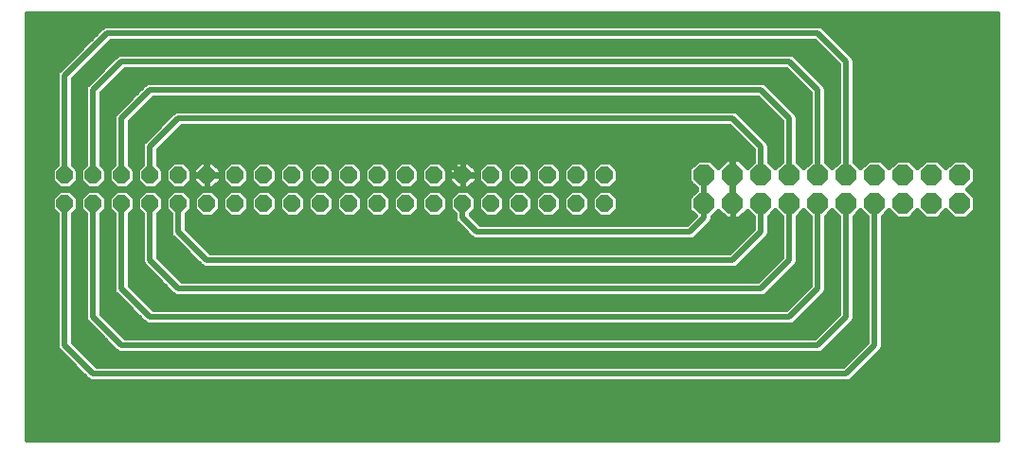
<source format=gbl>
G75*
%MOIN*%
%OFA0B0*%
%FSLAX24Y24*%
%IPPOS*%
%LPD*%
%AMOC8*
5,1,8,0,0,1.08239X$1,22.5*
%
%ADD10OC8,0.0740*%
%ADD11OC8,0.0600*%
%ADD12C,0.0200*%
%ADD13C,0.0160*%
D10*
X025680Y011680D03*
X026680Y011680D03*
X027680Y011680D03*
X028680Y011680D03*
X029680Y011680D03*
X030680Y011680D03*
X031680Y011680D03*
X032680Y011680D03*
X033680Y011680D03*
X034680Y011680D03*
X034680Y012680D03*
X033680Y012680D03*
X032680Y012680D03*
X031680Y012680D03*
X030680Y012680D03*
X029680Y012680D03*
X028680Y012680D03*
X027680Y012680D03*
X026680Y012680D03*
X025680Y012680D03*
D11*
X022180Y012680D03*
X021180Y012680D03*
X020180Y012680D03*
X019180Y012680D03*
X018180Y012680D03*
X017180Y012680D03*
X016180Y012680D03*
X015180Y012680D03*
X014180Y012680D03*
X013180Y012680D03*
X012180Y012680D03*
X011180Y012680D03*
X010180Y012680D03*
X009180Y012680D03*
X008180Y012680D03*
X007180Y012680D03*
X006180Y012680D03*
X005180Y012680D03*
X004180Y012680D03*
X003180Y012680D03*
X003180Y011680D03*
X004180Y011680D03*
X005180Y011680D03*
X006180Y011680D03*
X007180Y011680D03*
X008180Y011680D03*
X009180Y011680D03*
X010180Y011680D03*
X011180Y011680D03*
X012180Y011680D03*
X013180Y011680D03*
X014180Y011680D03*
X015180Y011680D03*
X016180Y011680D03*
X017180Y011680D03*
X018180Y011680D03*
X019180Y011680D03*
X020180Y011680D03*
X021180Y011680D03*
X022180Y011680D03*
D12*
X025180Y010680D02*
X025680Y011180D01*
X025680Y011680D01*
X025680Y012680D01*
X026680Y012680D02*
X026680Y013180D01*
X026180Y013680D01*
X016180Y013680D01*
X017180Y012680D01*
X017180Y011680D02*
X017180Y011180D01*
X017680Y010680D01*
X025180Y010680D01*
X026680Y009680D02*
X027680Y010680D01*
X027680Y011680D01*
X028680Y011680D02*
X028680Y009680D01*
X027680Y008680D01*
X007180Y008680D01*
X006180Y009680D01*
X006180Y011680D01*
X007180Y011680D02*
X007180Y010680D01*
X008180Y009680D01*
X026680Y009680D01*
X028680Y007680D02*
X029680Y008680D01*
X029680Y011680D01*
X030680Y011680D02*
X030680Y007680D01*
X029680Y006680D01*
X005180Y006680D01*
X004180Y007680D01*
X004180Y011680D01*
X003180Y011680D02*
X003180Y006680D01*
X004180Y005680D01*
X030680Y005680D01*
X031680Y006680D01*
X031680Y011680D01*
X030680Y012680D02*
X030680Y016680D01*
X029680Y017680D01*
X004680Y017680D01*
X003180Y016180D01*
X003180Y012680D01*
X004180Y012680D02*
X004180Y015680D01*
X005180Y016680D01*
X028680Y016680D01*
X029680Y015680D01*
X029680Y012680D01*
X028680Y012680D02*
X028680Y014680D01*
X027680Y015680D01*
X006180Y015680D01*
X005180Y014680D01*
X005180Y012680D01*
X006180Y012680D02*
X006180Y013680D01*
X007180Y014680D01*
X026680Y014680D01*
X027680Y013680D01*
X027680Y012680D01*
X026680Y012680D02*
X026680Y011680D01*
X028680Y007680D02*
X006180Y007680D01*
X005180Y008680D01*
X005180Y011680D01*
X008180Y012680D02*
X008180Y013180D01*
X008680Y013680D01*
X016180Y013680D01*
D13*
X001840Y018390D02*
X001840Y003340D01*
X036012Y003340D01*
X036012Y018390D01*
X001840Y018390D01*
X001840Y018284D02*
X036012Y018284D01*
X036012Y018125D02*
X001840Y018125D01*
X001840Y017967D02*
X036012Y017967D01*
X036012Y017808D02*
X029948Y017808D01*
X029839Y017917D02*
X029736Y017960D01*
X004624Y017960D01*
X004521Y017917D01*
X004443Y017839D01*
X004443Y017839D01*
X003021Y016417D01*
X002943Y016339D01*
X002900Y016236D01*
X002900Y013051D01*
X002720Y012871D01*
X002720Y012489D01*
X002989Y012220D01*
X003371Y012220D01*
X003640Y012489D01*
X003640Y012871D01*
X003460Y013051D01*
X003460Y016064D01*
X004796Y017400D01*
X029564Y017400D01*
X030400Y016564D01*
X030400Y013150D01*
X030180Y012930D01*
X029960Y013150D01*
X029960Y015736D01*
X029917Y015839D01*
X028839Y016917D01*
X028736Y016960D01*
X005124Y016960D01*
X005021Y016917D01*
X004943Y016839D01*
X004021Y015917D01*
X003943Y015839D01*
X003900Y015736D01*
X003900Y013051D01*
X003720Y012871D01*
X003720Y012489D01*
X003989Y012220D01*
X004371Y012220D01*
X004640Y012489D01*
X004640Y012871D01*
X004460Y013051D01*
X004460Y015564D01*
X005296Y016400D01*
X028564Y016400D01*
X029400Y015564D01*
X029400Y013150D01*
X029180Y012930D01*
X028960Y013150D01*
X028960Y014736D01*
X028917Y014839D01*
X027839Y015917D01*
X027736Y015960D01*
X006124Y015960D01*
X006021Y015917D01*
X005943Y015839D01*
X005021Y014917D01*
X004943Y014839D01*
X004900Y014736D01*
X004900Y013051D01*
X004720Y012871D01*
X004720Y012489D01*
X004989Y012220D01*
X005371Y012220D01*
X005640Y012489D01*
X005640Y012871D01*
X005460Y013051D01*
X005460Y014564D01*
X006296Y015400D01*
X027564Y015400D01*
X028400Y014564D01*
X028400Y013150D01*
X028180Y012930D01*
X027960Y013150D01*
X027960Y013736D01*
X027917Y013839D01*
X026839Y014917D01*
X026736Y014960D01*
X007124Y014960D01*
X007021Y014917D01*
X006943Y014839D01*
X006021Y013917D01*
X005943Y013839D01*
X005900Y013736D01*
X005900Y013051D01*
X005720Y012871D01*
X005720Y012489D01*
X005989Y012220D01*
X006371Y012220D01*
X006640Y012489D01*
X006640Y012871D01*
X006460Y013051D01*
X006460Y013564D01*
X007296Y014400D01*
X026564Y014400D01*
X027400Y013564D01*
X027400Y013150D01*
X027194Y012944D01*
X026908Y013230D01*
X026700Y013230D01*
X026700Y012700D01*
X026660Y012700D01*
X026660Y013230D01*
X026452Y013230D01*
X026166Y012944D01*
X025900Y013210D01*
X025460Y013210D01*
X025150Y012900D01*
X025150Y012460D01*
X025400Y012210D01*
X025400Y012150D01*
X025150Y011900D01*
X025150Y011460D01*
X025357Y011253D01*
X025064Y010960D01*
X017796Y010960D01*
X017460Y011296D01*
X017460Y011309D01*
X017640Y011489D01*
X017640Y011871D01*
X017371Y012140D01*
X016989Y012140D01*
X016720Y011871D01*
X016720Y011489D01*
X016900Y011309D01*
X016900Y011124D01*
X016943Y011021D01*
X017021Y010943D01*
X017443Y010521D01*
X017521Y010443D01*
X017624Y010400D01*
X025236Y010400D01*
X025339Y010443D01*
X025917Y011021D01*
X025960Y011124D01*
X025960Y011210D01*
X026166Y011416D01*
X026452Y011130D01*
X026660Y011130D01*
X026660Y011660D01*
X026700Y011660D01*
X026700Y011130D01*
X026908Y011130D01*
X027194Y011416D01*
X027400Y011210D01*
X027400Y010796D01*
X026564Y009960D01*
X008296Y009960D01*
X007460Y010796D01*
X007460Y011309D01*
X007640Y011489D01*
X007640Y011871D01*
X007371Y012140D01*
X006989Y012140D01*
X006720Y011871D01*
X006720Y011489D01*
X006900Y011309D01*
X006900Y010624D01*
X006943Y010521D01*
X007021Y010443D01*
X007943Y009521D01*
X008021Y009443D01*
X008124Y009400D01*
X026736Y009400D01*
X026839Y009443D01*
X026917Y009521D01*
X026917Y009521D01*
X027917Y010521D01*
X027960Y010624D01*
X027960Y011210D01*
X028180Y011430D01*
X028400Y011210D01*
X028400Y009796D01*
X027564Y008960D01*
X007296Y008960D01*
X006460Y009796D01*
X006460Y011309D01*
X006640Y011489D01*
X006640Y011871D01*
X006371Y012140D01*
X005989Y012140D01*
X005720Y011871D01*
X005720Y011489D01*
X005900Y011309D01*
X005900Y009624D01*
X005943Y009521D01*
X006021Y009443D01*
X006943Y008521D01*
X007021Y008443D01*
X007124Y008400D01*
X027736Y008400D01*
X027839Y008443D01*
X028917Y009521D01*
X028960Y009624D01*
X028960Y011210D01*
X029180Y011430D01*
X029400Y011210D01*
X029400Y008796D01*
X028564Y007960D01*
X006296Y007960D01*
X005460Y008796D01*
X005460Y011309D01*
X005640Y011489D01*
X005640Y011871D01*
X005371Y012140D01*
X004989Y012140D01*
X004720Y011871D01*
X004720Y011489D01*
X004900Y011309D01*
X004900Y008624D01*
X004943Y008521D01*
X005021Y008443D01*
X005943Y007521D01*
X006021Y007443D01*
X006124Y007400D01*
X028736Y007400D01*
X028839Y007443D01*
X029917Y008521D01*
X029960Y008624D01*
X029960Y011210D01*
X030180Y011430D01*
X030400Y011210D01*
X030400Y007796D01*
X029564Y006960D01*
X005296Y006960D01*
X004460Y007796D01*
X004460Y011309D01*
X004640Y011489D01*
X004640Y011871D01*
X004371Y012140D01*
X003989Y012140D01*
X003720Y011871D01*
X003720Y011489D01*
X003900Y011309D01*
X003900Y007624D01*
X003943Y007521D01*
X004021Y007443D01*
X004943Y006521D01*
X005021Y006443D01*
X005124Y006400D01*
X029736Y006400D01*
X029839Y006443D01*
X030917Y007521D01*
X030960Y007624D01*
X030960Y011210D01*
X031180Y011430D01*
X031400Y011210D01*
X031400Y006796D01*
X030564Y005960D01*
X004296Y005960D01*
X003460Y006796D01*
X003460Y011309D01*
X003640Y011489D01*
X003640Y011871D01*
X003371Y012140D01*
X002989Y012140D01*
X002720Y011871D01*
X002720Y011489D01*
X002900Y011309D01*
X002900Y006624D01*
X002943Y006521D01*
X003021Y006443D01*
X003943Y005521D01*
X004021Y005443D01*
X004124Y005400D01*
X030736Y005400D01*
X030839Y005443D01*
X031917Y006521D01*
X031960Y006624D01*
X031960Y011210D01*
X032180Y011430D01*
X032460Y011150D01*
X032900Y011150D01*
X033180Y011430D01*
X033460Y011150D01*
X033900Y011150D01*
X034180Y011430D01*
X034460Y011150D01*
X034900Y011150D01*
X035210Y011460D01*
X035210Y011900D01*
X034930Y012180D01*
X035210Y012460D01*
X035210Y012900D01*
X034900Y013210D01*
X034460Y013210D01*
X034180Y012930D01*
X033900Y013210D01*
X033460Y013210D01*
X033180Y012930D01*
X032900Y013210D01*
X032460Y013210D01*
X032180Y012930D01*
X031900Y013210D01*
X031460Y013210D01*
X031180Y012930D01*
X030960Y013150D01*
X030960Y016736D01*
X030917Y016839D01*
X029839Y017917D01*
X030106Y017650D02*
X036012Y017650D01*
X036012Y017491D02*
X030265Y017491D01*
X030423Y017333D02*
X036012Y017333D01*
X036012Y017174D02*
X030582Y017174D01*
X030740Y017016D02*
X036012Y017016D01*
X036012Y016857D02*
X030899Y016857D01*
X030960Y016699D02*
X036012Y016699D01*
X036012Y016540D02*
X030960Y016540D01*
X030960Y016382D02*
X036012Y016382D01*
X036012Y016223D02*
X030960Y016223D01*
X030960Y016065D02*
X036012Y016065D01*
X036012Y015906D02*
X030960Y015906D01*
X030960Y015748D02*
X036012Y015748D01*
X036012Y015589D02*
X030960Y015589D01*
X030960Y015431D02*
X036012Y015431D01*
X036012Y015272D02*
X030960Y015272D01*
X030960Y015114D02*
X036012Y015114D01*
X036012Y014955D02*
X030960Y014955D01*
X030960Y014797D02*
X036012Y014797D01*
X036012Y014638D02*
X030960Y014638D01*
X030960Y014480D02*
X036012Y014480D01*
X036012Y014321D02*
X030960Y014321D01*
X030960Y014163D02*
X036012Y014163D01*
X036012Y014004D02*
X030960Y014004D01*
X030960Y013846D02*
X036012Y013846D01*
X036012Y013687D02*
X030960Y013687D01*
X030960Y013529D02*
X036012Y013529D01*
X036012Y013370D02*
X030960Y013370D01*
X030960Y013212D02*
X036012Y013212D01*
X036012Y013053D02*
X035056Y013053D01*
X035210Y012895D02*
X036012Y012895D01*
X036012Y012736D02*
X035210Y012736D01*
X035210Y012578D02*
X036012Y012578D01*
X036012Y012419D02*
X035169Y012419D01*
X035010Y012261D02*
X036012Y012261D01*
X036012Y012102D02*
X035007Y012102D01*
X035166Y011944D02*
X036012Y011944D01*
X036012Y011785D02*
X035210Y011785D01*
X035210Y011627D02*
X036012Y011627D01*
X036012Y011468D02*
X035210Y011468D01*
X035059Y011310D02*
X036012Y011310D01*
X036012Y011151D02*
X034901Y011151D01*
X034459Y011151D02*
X033901Y011151D01*
X034059Y011310D02*
X034301Y011310D01*
X033459Y011151D02*
X032901Y011151D01*
X033059Y011310D02*
X033301Y011310D01*
X032459Y011151D02*
X031960Y011151D01*
X031960Y010993D02*
X036012Y010993D01*
X036012Y010834D02*
X031960Y010834D01*
X031960Y010676D02*
X036012Y010676D01*
X036012Y010517D02*
X031960Y010517D01*
X031960Y010359D02*
X036012Y010359D01*
X036012Y010200D02*
X031960Y010200D01*
X031960Y010042D02*
X036012Y010042D01*
X036012Y009883D02*
X031960Y009883D01*
X031960Y009725D02*
X036012Y009725D01*
X036012Y009566D02*
X031960Y009566D01*
X031960Y009408D02*
X036012Y009408D01*
X036012Y009249D02*
X031960Y009249D01*
X031960Y009091D02*
X036012Y009091D01*
X036012Y008932D02*
X031960Y008932D01*
X031960Y008774D02*
X036012Y008774D01*
X036012Y008615D02*
X031960Y008615D01*
X031960Y008457D02*
X036012Y008457D01*
X036012Y008298D02*
X031960Y008298D01*
X031960Y008140D02*
X036012Y008140D01*
X036012Y007981D02*
X031960Y007981D01*
X031960Y007823D02*
X036012Y007823D01*
X036012Y007664D02*
X031960Y007664D01*
X031960Y007506D02*
X036012Y007506D01*
X036012Y007347D02*
X031960Y007347D01*
X031960Y007189D02*
X036012Y007189D01*
X036012Y007030D02*
X031960Y007030D01*
X031960Y006872D02*
X036012Y006872D01*
X036012Y006713D02*
X031960Y006713D01*
X031931Y006555D02*
X036012Y006555D01*
X036012Y006396D02*
X031792Y006396D01*
X031634Y006238D02*
X036012Y006238D01*
X036012Y006079D02*
X031475Y006079D01*
X031317Y005921D02*
X036012Y005921D01*
X036012Y005762D02*
X031158Y005762D01*
X031000Y005604D02*
X036012Y005604D01*
X036012Y005445D02*
X030841Y005445D01*
X030683Y006079D02*
X004177Y006079D01*
X004018Y006238D02*
X030842Y006238D01*
X031000Y006396D02*
X003860Y006396D01*
X003701Y006555D02*
X004909Y006555D01*
X004751Y006713D02*
X003543Y006713D01*
X003460Y006872D02*
X004592Y006872D01*
X004434Y007030D02*
X003460Y007030D01*
X003460Y007189D02*
X004275Y007189D01*
X004117Y007347D02*
X003460Y007347D01*
X003460Y007506D02*
X003958Y007506D01*
X003900Y007664D02*
X003460Y007664D01*
X003460Y007823D02*
X003900Y007823D01*
X003900Y007981D02*
X003460Y007981D01*
X003460Y008140D02*
X003900Y008140D01*
X003900Y008298D02*
X003460Y008298D01*
X003460Y008457D02*
X003900Y008457D01*
X003900Y008615D02*
X003460Y008615D01*
X003460Y008774D02*
X003900Y008774D01*
X003900Y008932D02*
X003460Y008932D01*
X003460Y009091D02*
X003900Y009091D01*
X003900Y009249D02*
X003460Y009249D01*
X003460Y009408D02*
X003900Y009408D01*
X003900Y009566D02*
X003460Y009566D01*
X003460Y009725D02*
X003900Y009725D01*
X003900Y009883D02*
X003460Y009883D01*
X003460Y010042D02*
X003900Y010042D01*
X003900Y010200D02*
X003460Y010200D01*
X003460Y010359D02*
X003900Y010359D01*
X003900Y010517D02*
X003460Y010517D01*
X003460Y010676D02*
X003900Y010676D01*
X003900Y010834D02*
X003460Y010834D01*
X003460Y010993D02*
X003900Y010993D01*
X003900Y011151D02*
X003460Y011151D01*
X003460Y011310D02*
X003900Y011310D01*
X003741Y011468D02*
X003619Y011468D01*
X003640Y011627D02*
X003720Y011627D01*
X003720Y011785D02*
X003640Y011785D01*
X003567Y011944D02*
X003793Y011944D01*
X003951Y012102D02*
X003409Y012102D01*
X003411Y012261D02*
X003949Y012261D01*
X003790Y012419D02*
X003570Y012419D01*
X003640Y012578D02*
X003720Y012578D01*
X003720Y012736D02*
X003640Y012736D01*
X003616Y012895D02*
X003744Y012895D01*
X003900Y013053D02*
X003460Y013053D01*
X003460Y013212D02*
X003900Y013212D01*
X003900Y013370D02*
X003460Y013370D01*
X003460Y013529D02*
X003900Y013529D01*
X003900Y013687D02*
X003460Y013687D01*
X003460Y013846D02*
X003900Y013846D01*
X003900Y014004D02*
X003460Y014004D01*
X003460Y014163D02*
X003900Y014163D01*
X003900Y014321D02*
X003460Y014321D01*
X003460Y014480D02*
X003900Y014480D01*
X003900Y014638D02*
X003460Y014638D01*
X003460Y014797D02*
X003900Y014797D01*
X003900Y014955D02*
X003460Y014955D01*
X003460Y015114D02*
X003900Y015114D01*
X003900Y015272D02*
X003460Y015272D01*
X003460Y015431D02*
X003900Y015431D01*
X003900Y015589D02*
X003460Y015589D01*
X003460Y015748D02*
X003905Y015748D01*
X004010Y015906D02*
X003460Y015906D01*
X003461Y016065D02*
X004169Y016065D01*
X004327Y016223D02*
X003619Y016223D01*
X003778Y016382D02*
X004486Y016382D01*
X004644Y016540D02*
X003936Y016540D01*
X004095Y016699D02*
X004803Y016699D01*
X004961Y016857D02*
X004253Y016857D01*
X004412Y017016D02*
X029948Y017016D01*
X029790Y017174D02*
X004570Y017174D01*
X004729Y017333D02*
X029631Y017333D01*
X030107Y016857D02*
X028899Y016857D01*
X029057Y016699D02*
X030265Y016699D01*
X030400Y016540D02*
X029216Y016540D01*
X029374Y016382D02*
X030400Y016382D01*
X030400Y016223D02*
X029533Y016223D01*
X029691Y016065D02*
X030400Y016065D01*
X030400Y015906D02*
X029850Y015906D01*
X029955Y015748D02*
X030400Y015748D01*
X030400Y015589D02*
X029960Y015589D01*
X029960Y015431D02*
X030400Y015431D01*
X030400Y015272D02*
X029960Y015272D01*
X029960Y015114D02*
X030400Y015114D01*
X030400Y014955D02*
X029960Y014955D01*
X029960Y014797D02*
X030400Y014797D01*
X030400Y014638D02*
X029960Y014638D01*
X029960Y014480D02*
X030400Y014480D01*
X030400Y014321D02*
X029960Y014321D01*
X029960Y014163D02*
X030400Y014163D01*
X030400Y014004D02*
X029960Y014004D01*
X029960Y013846D02*
X030400Y013846D01*
X030400Y013687D02*
X029960Y013687D01*
X029960Y013529D02*
X030400Y013529D01*
X030400Y013370D02*
X029960Y013370D01*
X029960Y013212D02*
X030400Y013212D01*
X030304Y013053D02*
X030056Y013053D01*
X029400Y013212D02*
X028960Y013212D01*
X028960Y013370D02*
X029400Y013370D01*
X029400Y013529D02*
X028960Y013529D01*
X028960Y013687D02*
X029400Y013687D01*
X029400Y013846D02*
X028960Y013846D01*
X028960Y014004D02*
X029400Y014004D01*
X029400Y014163D02*
X028960Y014163D01*
X028960Y014321D02*
X029400Y014321D01*
X029400Y014480D02*
X028960Y014480D01*
X028960Y014638D02*
X029400Y014638D01*
X029400Y014797D02*
X028935Y014797D01*
X028801Y014955D02*
X029400Y014955D01*
X029400Y015114D02*
X028642Y015114D01*
X028484Y015272D02*
X029400Y015272D01*
X029400Y015431D02*
X028325Y015431D01*
X028167Y015589D02*
X029375Y015589D01*
X029216Y015748D02*
X028008Y015748D01*
X027850Y015906D02*
X029058Y015906D01*
X028899Y016065D02*
X004961Y016065D01*
X005119Y016223D02*
X028741Y016223D01*
X028582Y016382D02*
X005278Y016382D01*
X004802Y015906D02*
X006010Y015906D01*
X005852Y015748D02*
X004644Y015748D01*
X004485Y015589D02*
X005693Y015589D01*
X005535Y015431D02*
X004460Y015431D01*
X004460Y015272D02*
X005376Y015272D01*
X005218Y015114D02*
X004460Y015114D01*
X004460Y014955D02*
X005059Y014955D01*
X004925Y014797D02*
X004460Y014797D01*
X004460Y014638D02*
X004900Y014638D01*
X004900Y014480D02*
X004460Y014480D01*
X004460Y014321D02*
X004900Y014321D01*
X004900Y014163D02*
X004460Y014163D01*
X004460Y014004D02*
X004900Y014004D01*
X004900Y013846D02*
X004460Y013846D01*
X004460Y013687D02*
X004900Y013687D01*
X004900Y013529D02*
X004460Y013529D01*
X004460Y013370D02*
X004900Y013370D01*
X004900Y013212D02*
X004460Y013212D01*
X004460Y013053D02*
X004900Y013053D01*
X004744Y012895D02*
X004616Y012895D01*
X004640Y012736D02*
X004720Y012736D01*
X004720Y012578D02*
X004640Y012578D01*
X004570Y012419D02*
X004790Y012419D01*
X004949Y012261D02*
X004411Y012261D01*
X004409Y012102D02*
X004951Y012102D01*
X004793Y011944D02*
X004567Y011944D01*
X004640Y011785D02*
X004720Y011785D01*
X004720Y011627D02*
X004640Y011627D01*
X004619Y011468D02*
X004741Y011468D01*
X004900Y011310D02*
X004460Y011310D01*
X004460Y011151D02*
X004900Y011151D01*
X004900Y010993D02*
X004460Y010993D01*
X004460Y010834D02*
X004900Y010834D01*
X004900Y010676D02*
X004460Y010676D01*
X004460Y010517D02*
X004900Y010517D01*
X004900Y010359D02*
X004460Y010359D01*
X004460Y010200D02*
X004900Y010200D01*
X004900Y010042D02*
X004460Y010042D01*
X004460Y009883D02*
X004900Y009883D01*
X004900Y009725D02*
X004460Y009725D01*
X004460Y009566D02*
X004900Y009566D01*
X004900Y009408D02*
X004460Y009408D01*
X004460Y009249D02*
X004900Y009249D01*
X004900Y009091D02*
X004460Y009091D01*
X004460Y008932D02*
X004900Y008932D01*
X004900Y008774D02*
X004460Y008774D01*
X004460Y008615D02*
X004904Y008615D01*
X005007Y008457D02*
X004460Y008457D01*
X004460Y008298D02*
X005166Y008298D01*
X005324Y008140D02*
X004460Y008140D01*
X004460Y007981D02*
X005483Y007981D01*
X005641Y007823D02*
X004460Y007823D01*
X004592Y007664D02*
X005800Y007664D01*
X005958Y007506D02*
X004750Y007506D01*
X004909Y007347D02*
X029951Y007347D01*
X029793Y007189D02*
X005067Y007189D01*
X005226Y007030D02*
X029634Y007030D01*
X030268Y006872D02*
X031400Y006872D01*
X031400Y007030D02*
X030426Y007030D01*
X030585Y007189D02*
X031400Y007189D01*
X031400Y007347D02*
X030743Y007347D01*
X030902Y007506D02*
X031400Y007506D01*
X031400Y007664D02*
X030960Y007664D01*
X030960Y007823D02*
X031400Y007823D01*
X031400Y007981D02*
X030960Y007981D01*
X030960Y008140D02*
X031400Y008140D01*
X031400Y008298D02*
X030960Y008298D01*
X030960Y008457D02*
X031400Y008457D01*
X031400Y008615D02*
X030960Y008615D01*
X030960Y008774D02*
X031400Y008774D01*
X031400Y008932D02*
X030960Y008932D01*
X030960Y009091D02*
X031400Y009091D01*
X031400Y009249D02*
X030960Y009249D01*
X030960Y009408D02*
X031400Y009408D01*
X031400Y009566D02*
X030960Y009566D01*
X030960Y009725D02*
X031400Y009725D01*
X031400Y009883D02*
X030960Y009883D01*
X030960Y010042D02*
X031400Y010042D01*
X031400Y010200D02*
X030960Y010200D01*
X030960Y010359D02*
X031400Y010359D01*
X031400Y010517D02*
X030960Y010517D01*
X030960Y010676D02*
X031400Y010676D01*
X031400Y010834D02*
X030960Y010834D01*
X030960Y010993D02*
X031400Y010993D01*
X031400Y011151D02*
X030960Y011151D01*
X031059Y011310D02*
X031301Y011310D01*
X032059Y011310D02*
X032301Y011310D01*
X030400Y011151D02*
X029960Y011151D01*
X029960Y010993D02*
X030400Y010993D01*
X030400Y010834D02*
X029960Y010834D01*
X029960Y010676D02*
X030400Y010676D01*
X030400Y010517D02*
X029960Y010517D01*
X029960Y010359D02*
X030400Y010359D01*
X030400Y010200D02*
X029960Y010200D01*
X029960Y010042D02*
X030400Y010042D01*
X030400Y009883D02*
X029960Y009883D01*
X029960Y009725D02*
X030400Y009725D01*
X030400Y009566D02*
X029960Y009566D01*
X029960Y009408D02*
X030400Y009408D01*
X030400Y009249D02*
X029960Y009249D01*
X029960Y009091D02*
X030400Y009091D01*
X030400Y008932D02*
X029960Y008932D01*
X029960Y008774D02*
X030400Y008774D01*
X030400Y008615D02*
X029956Y008615D01*
X029853Y008457D02*
X030400Y008457D01*
X030400Y008298D02*
X029694Y008298D01*
X029536Y008140D02*
X030400Y008140D01*
X030400Y007981D02*
X029377Y007981D01*
X029219Y007823D02*
X030400Y007823D01*
X030268Y007664D02*
X029060Y007664D01*
X028902Y007506D02*
X030110Y007506D01*
X030109Y006713D02*
X031317Y006713D01*
X031159Y006555D02*
X029951Y006555D01*
X028585Y007981D02*
X006275Y007981D01*
X006116Y008140D02*
X028744Y008140D01*
X028902Y008298D02*
X005958Y008298D01*
X005799Y008457D02*
X007007Y008457D01*
X006849Y008615D02*
X005641Y008615D01*
X005482Y008774D02*
X006690Y008774D01*
X006532Y008932D02*
X005460Y008932D01*
X005460Y009091D02*
X006373Y009091D01*
X006215Y009249D02*
X005460Y009249D01*
X005460Y009408D02*
X006056Y009408D01*
X005924Y009566D02*
X005460Y009566D01*
X005460Y009725D02*
X005900Y009725D01*
X005900Y009883D02*
X005460Y009883D01*
X005460Y010042D02*
X005900Y010042D01*
X005900Y010200D02*
X005460Y010200D01*
X005460Y010359D02*
X005900Y010359D01*
X005900Y010517D02*
X005460Y010517D01*
X005460Y010676D02*
X005900Y010676D01*
X005900Y010834D02*
X005460Y010834D01*
X005460Y010993D02*
X005900Y010993D01*
X005900Y011151D02*
X005460Y011151D01*
X005460Y011310D02*
X005900Y011310D01*
X005741Y011468D02*
X005619Y011468D01*
X005640Y011627D02*
X005720Y011627D01*
X005720Y011785D02*
X005640Y011785D01*
X005567Y011944D02*
X005793Y011944D01*
X005951Y012102D02*
X005409Y012102D01*
X005411Y012261D02*
X005949Y012261D01*
X005790Y012419D02*
X005570Y012419D01*
X005640Y012578D02*
X005720Y012578D01*
X005720Y012736D02*
X005640Y012736D01*
X005616Y012895D02*
X005744Y012895D01*
X005900Y013053D02*
X005460Y013053D01*
X005460Y013212D02*
X005900Y013212D01*
X005900Y013370D02*
X005460Y013370D01*
X005460Y013529D02*
X005900Y013529D01*
X005900Y013687D02*
X005460Y013687D01*
X005460Y013846D02*
X005950Y013846D01*
X006108Y014004D02*
X005460Y014004D01*
X005460Y014163D02*
X006267Y014163D01*
X006425Y014321D02*
X005460Y014321D01*
X005460Y014480D02*
X006584Y014480D01*
X006742Y014638D02*
X005534Y014638D01*
X005693Y014797D02*
X006901Y014797D01*
X007112Y014955D02*
X005851Y014955D01*
X006010Y015114D02*
X027850Y015114D01*
X027692Y015272D02*
X006168Y015272D01*
X007217Y014321D02*
X026643Y014321D01*
X026801Y014163D02*
X007059Y014163D01*
X006900Y014004D02*
X026960Y014004D01*
X027118Y013846D02*
X006742Y013846D01*
X006583Y013687D02*
X027277Y013687D01*
X027400Y013529D02*
X006460Y013529D01*
X006460Y013370D02*
X027400Y013370D01*
X027400Y013212D02*
X026926Y013212D01*
X027085Y013053D02*
X027304Y013053D01*
X027960Y013212D02*
X028400Y013212D01*
X028400Y013370D02*
X027960Y013370D01*
X027960Y013529D02*
X028400Y013529D01*
X028400Y013687D02*
X027960Y013687D01*
X027910Y013846D02*
X028400Y013846D01*
X028400Y014004D02*
X027752Y014004D01*
X027593Y014163D02*
X028400Y014163D01*
X028400Y014321D02*
X027435Y014321D01*
X027276Y014480D02*
X028400Y014480D01*
X028326Y014638D02*
X027118Y014638D01*
X026959Y014797D02*
X028167Y014797D01*
X028009Y014955D02*
X026748Y014955D01*
X026700Y013212D02*
X026660Y013212D01*
X026660Y013053D02*
X026700Y013053D01*
X026700Y012895D02*
X026660Y012895D01*
X026660Y012736D02*
X026700Y012736D01*
X026700Y012660D02*
X026700Y012130D01*
X026700Y011700D01*
X026660Y011700D01*
X026660Y012660D01*
X026700Y012660D01*
X026700Y012578D02*
X026660Y012578D01*
X026660Y012419D02*
X026700Y012419D01*
X026700Y012261D02*
X026660Y012261D01*
X026660Y012102D02*
X026700Y012102D01*
X026700Y011944D02*
X026660Y011944D01*
X026660Y011785D02*
X026700Y011785D01*
X026700Y011627D02*
X026660Y011627D01*
X026660Y011468D02*
X026700Y011468D01*
X026700Y011310D02*
X026660Y011310D01*
X026660Y011151D02*
X026700Y011151D01*
X026929Y011151D02*
X027400Y011151D01*
X027400Y010993D02*
X025889Y010993D01*
X025960Y011151D02*
X026431Y011151D01*
X026273Y011310D02*
X026059Y011310D01*
X025730Y010834D02*
X027400Y010834D01*
X027280Y010676D02*
X025572Y010676D01*
X025413Y010517D02*
X027121Y010517D01*
X026963Y010359D02*
X007897Y010359D01*
X007739Y010517D02*
X017447Y010517D01*
X017288Y010676D02*
X007580Y010676D01*
X007460Y010834D02*
X017130Y010834D01*
X016971Y010993D02*
X007460Y010993D01*
X007460Y011151D02*
X016900Y011151D01*
X016900Y011310D02*
X016460Y011310D01*
X016371Y011220D02*
X016640Y011489D01*
X016640Y011871D01*
X016371Y012140D01*
X015989Y012140D01*
X015720Y011871D01*
X015720Y011489D01*
X015989Y011220D01*
X016371Y011220D01*
X016619Y011468D02*
X016741Y011468D01*
X016720Y011627D02*
X016640Y011627D01*
X016640Y011785D02*
X016720Y011785D01*
X016793Y011944D02*
X016567Y011944D01*
X016409Y012102D02*
X016951Y012102D01*
X016981Y012200D02*
X017160Y012200D01*
X017160Y012660D01*
X017200Y012660D01*
X017200Y012700D01*
X017660Y012700D01*
X017660Y012879D01*
X017379Y013160D01*
X017200Y013160D01*
X017200Y012700D01*
X017160Y012700D01*
X017160Y013160D01*
X016981Y013160D01*
X016700Y012879D01*
X016700Y012700D01*
X017160Y012700D01*
X017160Y012660D01*
X016700Y012660D01*
X016700Y012481D01*
X016981Y012200D01*
X016921Y012261D02*
X016411Y012261D01*
X016371Y012220D02*
X016640Y012489D01*
X016640Y012871D01*
X016371Y013140D01*
X015989Y013140D01*
X015720Y012871D01*
X015720Y012489D01*
X015989Y012220D01*
X016371Y012220D01*
X016570Y012419D02*
X016762Y012419D01*
X016700Y012578D02*
X016640Y012578D01*
X016640Y012736D02*
X016700Y012736D01*
X016716Y012895D02*
X016616Y012895D01*
X016458Y013053D02*
X016874Y013053D01*
X017160Y013053D02*
X017200Y013053D01*
X017200Y012895D02*
X017160Y012895D01*
X017160Y012736D02*
X017200Y012736D01*
X017200Y012660D02*
X017660Y012660D01*
X017660Y012481D01*
X017379Y012200D01*
X017200Y012200D01*
X017200Y012660D01*
X017200Y012578D02*
X017160Y012578D01*
X017160Y012419D02*
X017200Y012419D01*
X017200Y012261D02*
X017160Y012261D01*
X017439Y012261D02*
X017949Y012261D01*
X017989Y012220D02*
X018371Y012220D01*
X018640Y012489D01*
X018640Y012871D01*
X018371Y013140D01*
X017989Y013140D01*
X017720Y012871D01*
X017720Y012489D01*
X017989Y012220D01*
X017989Y012140D02*
X017720Y011871D01*
X017720Y011489D01*
X017989Y011220D01*
X018371Y011220D01*
X018640Y011489D01*
X018640Y011871D01*
X018371Y012140D01*
X017989Y012140D01*
X017951Y012102D02*
X017409Y012102D01*
X017567Y011944D02*
X017793Y011944D01*
X017720Y011785D02*
X017640Y011785D01*
X017640Y011627D02*
X017720Y011627D01*
X017741Y011468D02*
X017619Y011468D01*
X017460Y011310D02*
X017900Y011310D01*
X017605Y011151D02*
X025255Y011151D01*
X025301Y011310D02*
X022460Y011310D01*
X022371Y011220D02*
X022640Y011489D01*
X022640Y011871D01*
X022371Y012140D01*
X021989Y012140D01*
X021720Y011871D01*
X021720Y011489D01*
X021989Y011220D01*
X022371Y011220D01*
X022619Y011468D02*
X025150Y011468D01*
X025150Y011627D02*
X022640Y011627D01*
X022640Y011785D02*
X025150Y011785D01*
X025194Y011944D02*
X022567Y011944D01*
X022409Y012102D02*
X025353Y012102D01*
X025350Y012261D02*
X022411Y012261D01*
X022371Y012220D02*
X022640Y012489D01*
X022640Y012871D01*
X022371Y013140D01*
X021989Y013140D01*
X021720Y012871D01*
X021720Y012489D01*
X021989Y012220D01*
X022371Y012220D01*
X022570Y012419D02*
X025191Y012419D01*
X025150Y012578D02*
X022640Y012578D01*
X022640Y012736D02*
X025150Y012736D01*
X025150Y012895D02*
X022616Y012895D01*
X022458Y013053D02*
X025304Y013053D01*
X026056Y013053D02*
X026275Y013053D01*
X026434Y013212D02*
X006460Y013212D01*
X006460Y013053D02*
X006902Y013053D01*
X006989Y013140D02*
X006720Y012871D01*
X006720Y012489D01*
X006989Y012220D01*
X007371Y012220D01*
X007640Y012489D01*
X007640Y012871D01*
X007371Y013140D01*
X006989Y013140D01*
X007458Y013053D02*
X007874Y013053D01*
X007981Y013160D02*
X007700Y012879D01*
X007700Y012700D01*
X008160Y012700D01*
X008160Y013160D01*
X007981Y013160D01*
X008160Y013053D02*
X008200Y013053D01*
X008200Y013160D02*
X008379Y013160D01*
X008660Y012879D01*
X008660Y012700D01*
X008200Y012700D01*
X008200Y012660D01*
X008660Y012660D01*
X008660Y012481D01*
X008379Y012200D01*
X008200Y012200D01*
X008200Y012660D01*
X008160Y012660D01*
X008160Y012200D01*
X007981Y012200D01*
X007700Y012481D01*
X007700Y012660D01*
X008160Y012660D01*
X008160Y012700D01*
X008200Y012700D01*
X008200Y013160D01*
X008486Y013053D02*
X008902Y013053D01*
X008989Y013140D02*
X008720Y012871D01*
X008720Y012489D01*
X008989Y012220D01*
X009371Y012220D01*
X009640Y012489D01*
X009640Y012871D01*
X009371Y013140D01*
X008989Y013140D01*
X009458Y013053D02*
X009902Y013053D01*
X009989Y013140D02*
X009720Y012871D01*
X009720Y012489D01*
X009989Y012220D01*
X010371Y012220D01*
X010640Y012489D01*
X010640Y012871D01*
X010371Y013140D01*
X009989Y013140D01*
X010458Y013053D02*
X010902Y013053D01*
X010989Y013140D02*
X010720Y012871D01*
X010720Y012489D01*
X010989Y012220D01*
X011371Y012220D01*
X011640Y012489D01*
X011640Y012871D01*
X011371Y013140D01*
X010989Y013140D01*
X011458Y013053D02*
X011902Y013053D01*
X011989Y013140D02*
X011720Y012871D01*
X011720Y012489D01*
X011989Y012220D01*
X012371Y012220D01*
X012640Y012489D01*
X012640Y012871D01*
X012371Y013140D01*
X011989Y013140D01*
X012458Y013053D02*
X012902Y013053D01*
X012989Y013140D02*
X012720Y012871D01*
X012720Y012489D01*
X012989Y012220D01*
X013371Y012220D01*
X013640Y012489D01*
X013640Y012871D01*
X013371Y013140D01*
X012989Y013140D01*
X012744Y012895D02*
X012616Y012895D01*
X012640Y012736D02*
X012720Y012736D01*
X012720Y012578D02*
X012640Y012578D01*
X012570Y012419D02*
X012790Y012419D01*
X012949Y012261D02*
X012411Y012261D01*
X012371Y012140D02*
X011989Y012140D01*
X011720Y011871D01*
X011720Y011489D01*
X011989Y011220D01*
X012371Y011220D01*
X012640Y011489D01*
X012640Y011871D01*
X012371Y012140D01*
X012409Y012102D02*
X012951Y012102D01*
X012989Y012140D02*
X012720Y011871D01*
X012720Y011489D01*
X012989Y011220D01*
X013371Y011220D01*
X013640Y011489D01*
X013640Y011871D01*
X013371Y012140D01*
X012989Y012140D01*
X012793Y011944D02*
X012567Y011944D01*
X012640Y011785D02*
X012720Y011785D01*
X012720Y011627D02*
X012640Y011627D01*
X012619Y011468D02*
X012741Y011468D01*
X012900Y011310D02*
X012460Y011310D01*
X011900Y011310D02*
X011460Y011310D01*
X011371Y011220D02*
X011640Y011489D01*
X011640Y011871D01*
X011371Y012140D01*
X010989Y012140D01*
X010720Y011871D01*
X010720Y011489D01*
X010989Y011220D01*
X011371Y011220D01*
X011619Y011468D02*
X011741Y011468D01*
X011720Y011627D02*
X011640Y011627D01*
X011640Y011785D02*
X011720Y011785D01*
X011793Y011944D02*
X011567Y011944D01*
X011409Y012102D02*
X011951Y012102D01*
X011949Y012261D02*
X011411Y012261D01*
X011570Y012419D02*
X011790Y012419D01*
X011720Y012578D02*
X011640Y012578D01*
X011640Y012736D02*
X011720Y012736D01*
X011744Y012895D02*
X011616Y012895D01*
X010744Y012895D02*
X010616Y012895D01*
X010640Y012736D02*
X010720Y012736D01*
X010720Y012578D02*
X010640Y012578D01*
X010570Y012419D02*
X010790Y012419D01*
X010949Y012261D02*
X010411Y012261D01*
X010371Y012140D02*
X009989Y012140D01*
X009720Y011871D01*
X009720Y011489D01*
X009989Y011220D01*
X010371Y011220D01*
X010640Y011489D01*
X010640Y011871D01*
X010371Y012140D01*
X010409Y012102D02*
X010951Y012102D01*
X010793Y011944D02*
X010567Y011944D01*
X010640Y011785D02*
X010720Y011785D01*
X010720Y011627D02*
X010640Y011627D01*
X010619Y011468D02*
X010741Y011468D01*
X010900Y011310D02*
X010460Y011310D01*
X009900Y011310D02*
X009460Y011310D01*
X009371Y011220D02*
X009640Y011489D01*
X009640Y011871D01*
X009371Y012140D01*
X008989Y012140D01*
X008720Y011871D01*
X008720Y011489D01*
X008989Y011220D01*
X009371Y011220D01*
X009619Y011468D02*
X009741Y011468D01*
X009720Y011627D02*
X009640Y011627D01*
X009640Y011785D02*
X009720Y011785D01*
X009793Y011944D02*
X009567Y011944D01*
X009409Y012102D02*
X009951Y012102D01*
X009949Y012261D02*
X009411Y012261D01*
X009570Y012419D02*
X009790Y012419D01*
X009720Y012578D02*
X009640Y012578D01*
X009640Y012736D02*
X009720Y012736D01*
X009744Y012895D02*
X009616Y012895D01*
X008744Y012895D02*
X008644Y012895D01*
X008660Y012736D02*
X008720Y012736D01*
X008720Y012578D02*
X008660Y012578D01*
X008598Y012419D02*
X008790Y012419D01*
X008949Y012261D02*
X008439Y012261D01*
X008371Y012140D02*
X007989Y012140D01*
X007720Y011871D01*
X007720Y011489D01*
X007989Y011220D01*
X008371Y011220D01*
X008640Y011489D01*
X008640Y011871D01*
X008371Y012140D01*
X008409Y012102D02*
X008951Y012102D01*
X008793Y011944D02*
X008567Y011944D01*
X008640Y011785D02*
X008720Y011785D01*
X008720Y011627D02*
X008640Y011627D01*
X008619Y011468D02*
X008741Y011468D01*
X008900Y011310D02*
X008460Y011310D01*
X007900Y011310D02*
X007460Y011310D01*
X007619Y011468D02*
X007741Y011468D01*
X007720Y011627D02*
X007640Y011627D01*
X007640Y011785D02*
X007720Y011785D01*
X007793Y011944D02*
X007567Y011944D01*
X007409Y012102D02*
X007951Y012102D01*
X007921Y012261D02*
X007411Y012261D01*
X007570Y012419D02*
X007762Y012419D01*
X007700Y012578D02*
X007640Y012578D01*
X007640Y012736D02*
X007700Y012736D01*
X007716Y012895D02*
X007616Y012895D01*
X008160Y012895D02*
X008200Y012895D01*
X008200Y012736D02*
X008160Y012736D01*
X008160Y012578D02*
X008200Y012578D01*
X008200Y012419D02*
X008160Y012419D01*
X008160Y012261D02*
X008200Y012261D01*
X006949Y012261D02*
X006411Y012261D01*
X006409Y012102D02*
X006951Y012102D01*
X006793Y011944D02*
X006567Y011944D01*
X006640Y011785D02*
X006720Y011785D01*
X006720Y011627D02*
X006640Y011627D01*
X006619Y011468D02*
X006741Y011468D01*
X006900Y011310D02*
X006460Y011310D01*
X006460Y011151D02*
X006900Y011151D01*
X006900Y010993D02*
X006460Y010993D01*
X006460Y010834D02*
X006900Y010834D01*
X006900Y010676D02*
X006460Y010676D01*
X006460Y010517D02*
X006947Y010517D01*
X007105Y010359D02*
X006460Y010359D01*
X006460Y010200D02*
X007264Y010200D01*
X007422Y010042D02*
X006460Y010042D01*
X006460Y009883D02*
X007581Y009883D01*
X007739Y009725D02*
X006531Y009725D01*
X006690Y009566D02*
X007898Y009566D01*
X008106Y009408D02*
X006848Y009408D01*
X007007Y009249D02*
X027853Y009249D01*
X027695Y009091D02*
X007165Y009091D01*
X008214Y010042D02*
X026646Y010042D01*
X026804Y010200D02*
X008056Y010200D01*
X006790Y012419D02*
X006570Y012419D01*
X006640Y012578D02*
X006720Y012578D01*
X006720Y012736D02*
X006640Y012736D01*
X006616Y012895D02*
X006744Y012895D01*
X002900Y013053D02*
X001840Y013053D01*
X001840Y012895D02*
X002744Y012895D01*
X002720Y012736D02*
X001840Y012736D01*
X001840Y012578D02*
X002720Y012578D01*
X002790Y012419D02*
X001840Y012419D01*
X001840Y012261D02*
X002949Y012261D01*
X002951Y012102D02*
X001840Y012102D01*
X001840Y011944D02*
X002793Y011944D01*
X002720Y011785D02*
X001840Y011785D01*
X001840Y011627D02*
X002720Y011627D01*
X002741Y011468D02*
X001840Y011468D01*
X001840Y011310D02*
X002900Y011310D01*
X002900Y011151D02*
X001840Y011151D01*
X001840Y010993D02*
X002900Y010993D01*
X002900Y010834D02*
X001840Y010834D01*
X001840Y010676D02*
X002900Y010676D01*
X002900Y010517D02*
X001840Y010517D01*
X001840Y010359D02*
X002900Y010359D01*
X002900Y010200D02*
X001840Y010200D01*
X001840Y010042D02*
X002900Y010042D01*
X002900Y009883D02*
X001840Y009883D01*
X001840Y009725D02*
X002900Y009725D01*
X002900Y009566D02*
X001840Y009566D01*
X001840Y009408D02*
X002900Y009408D01*
X002900Y009249D02*
X001840Y009249D01*
X001840Y009091D02*
X002900Y009091D01*
X002900Y008932D02*
X001840Y008932D01*
X001840Y008774D02*
X002900Y008774D01*
X002900Y008615D02*
X001840Y008615D01*
X001840Y008457D02*
X002900Y008457D01*
X002900Y008298D02*
X001840Y008298D01*
X001840Y008140D02*
X002900Y008140D01*
X002900Y007981D02*
X001840Y007981D01*
X001840Y007823D02*
X002900Y007823D01*
X002900Y007664D02*
X001840Y007664D01*
X001840Y007506D02*
X002900Y007506D01*
X002900Y007347D02*
X001840Y007347D01*
X001840Y007189D02*
X002900Y007189D01*
X002900Y007030D02*
X001840Y007030D01*
X001840Y006872D02*
X002900Y006872D01*
X002900Y006713D02*
X001840Y006713D01*
X001840Y006555D02*
X002929Y006555D01*
X003068Y006396D02*
X001840Y006396D01*
X001840Y006238D02*
X003226Y006238D01*
X003385Y006079D02*
X001840Y006079D01*
X001840Y005921D02*
X003543Y005921D01*
X003702Y005762D02*
X001840Y005762D01*
X001840Y005604D02*
X003860Y005604D01*
X004019Y005445D02*
X001840Y005445D01*
X001840Y005287D02*
X036012Y005287D01*
X036012Y005128D02*
X001840Y005128D01*
X001840Y004970D02*
X036012Y004970D01*
X036012Y004811D02*
X001840Y004811D01*
X001840Y004653D02*
X036012Y004653D01*
X036012Y004494D02*
X001840Y004494D01*
X001840Y004336D02*
X036012Y004336D01*
X036012Y004177D02*
X001840Y004177D01*
X001840Y004019D02*
X036012Y004019D01*
X036012Y003860D02*
X001840Y003860D01*
X001840Y003702D02*
X036012Y003702D01*
X036012Y003543D02*
X001840Y003543D01*
X001840Y003385D02*
X036012Y003385D01*
X029061Y008457D02*
X027853Y008457D01*
X028011Y008615D02*
X029219Y008615D01*
X029378Y008774D02*
X028170Y008774D01*
X028328Y008932D02*
X029400Y008932D01*
X029400Y009091D02*
X028487Y009091D01*
X028645Y009249D02*
X029400Y009249D01*
X029400Y009408D02*
X028804Y009408D01*
X028936Y009566D02*
X029400Y009566D01*
X029400Y009725D02*
X028960Y009725D01*
X028960Y009883D02*
X029400Y009883D01*
X029400Y010042D02*
X028960Y010042D01*
X028960Y010200D02*
X029400Y010200D01*
X029400Y010359D02*
X028960Y010359D01*
X028960Y010517D02*
X029400Y010517D01*
X029400Y010676D02*
X028960Y010676D01*
X028960Y010834D02*
X029400Y010834D01*
X029400Y010993D02*
X028960Y010993D01*
X028960Y011151D02*
X029400Y011151D01*
X029301Y011310D02*
X029059Y011310D01*
X028400Y011151D02*
X027960Y011151D01*
X027960Y010993D02*
X028400Y010993D01*
X028400Y010834D02*
X027960Y010834D01*
X027960Y010676D02*
X028400Y010676D01*
X028400Y010517D02*
X027913Y010517D01*
X027755Y010359D02*
X028400Y010359D01*
X028400Y010200D02*
X027596Y010200D01*
X027438Y010042D02*
X028400Y010042D01*
X028400Y009883D02*
X027279Y009883D01*
X027121Y009725D02*
X028329Y009725D01*
X028170Y009566D02*
X026962Y009566D01*
X026754Y009408D02*
X028012Y009408D01*
X025097Y010993D02*
X017763Y010993D01*
X018460Y011310D02*
X018900Y011310D01*
X018989Y011220D02*
X019371Y011220D01*
X019640Y011489D01*
X019640Y011871D01*
X019371Y012140D01*
X018989Y012140D01*
X018720Y011871D01*
X018720Y011489D01*
X018989Y011220D01*
X018741Y011468D02*
X018619Y011468D01*
X018640Y011627D02*
X018720Y011627D01*
X018720Y011785D02*
X018640Y011785D01*
X018567Y011944D02*
X018793Y011944D01*
X018951Y012102D02*
X018409Y012102D01*
X018411Y012261D02*
X018949Y012261D01*
X018989Y012220D02*
X019371Y012220D01*
X019640Y012489D01*
X019640Y012871D01*
X019371Y013140D01*
X018989Y013140D01*
X018720Y012871D01*
X018720Y012489D01*
X018989Y012220D01*
X018790Y012419D02*
X018570Y012419D01*
X018640Y012578D02*
X018720Y012578D01*
X018720Y012736D02*
X018640Y012736D01*
X018616Y012895D02*
X018744Y012895D01*
X018902Y013053D02*
X018458Y013053D01*
X017902Y013053D02*
X017486Y013053D01*
X017644Y012895D02*
X017744Y012895D01*
X017720Y012736D02*
X017660Y012736D01*
X017660Y012578D02*
X017720Y012578D01*
X017790Y012419D02*
X017598Y012419D01*
X015949Y012261D02*
X015411Y012261D01*
X015371Y012220D02*
X015640Y012489D01*
X015640Y012871D01*
X015371Y013140D01*
X014989Y013140D01*
X014720Y012871D01*
X014720Y012489D01*
X014989Y012220D01*
X015371Y012220D01*
X015371Y012140D02*
X014989Y012140D01*
X014720Y011871D01*
X014720Y011489D01*
X014989Y011220D01*
X015371Y011220D01*
X015640Y011489D01*
X015640Y011871D01*
X015371Y012140D01*
X015409Y012102D02*
X015951Y012102D01*
X015793Y011944D02*
X015567Y011944D01*
X015640Y011785D02*
X015720Y011785D01*
X015720Y011627D02*
X015640Y011627D01*
X015619Y011468D02*
X015741Y011468D01*
X015900Y011310D02*
X015460Y011310D01*
X014900Y011310D02*
X014460Y011310D01*
X014371Y011220D02*
X014640Y011489D01*
X014640Y011871D01*
X014371Y012140D01*
X013989Y012140D01*
X013720Y011871D01*
X013720Y011489D01*
X013989Y011220D01*
X014371Y011220D01*
X014619Y011468D02*
X014741Y011468D01*
X014720Y011627D02*
X014640Y011627D01*
X014640Y011785D02*
X014720Y011785D01*
X014793Y011944D02*
X014567Y011944D01*
X014409Y012102D02*
X014951Y012102D01*
X014949Y012261D02*
X014411Y012261D01*
X014371Y012220D02*
X014640Y012489D01*
X014640Y012871D01*
X014371Y013140D01*
X013989Y013140D01*
X013720Y012871D01*
X013720Y012489D01*
X013989Y012220D01*
X014371Y012220D01*
X014570Y012419D02*
X014790Y012419D01*
X014720Y012578D02*
X014640Y012578D01*
X014640Y012736D02*
X014720Y012736D01*
X014744Y012895D02*
X014616Y012895D01*
X014458Y013053D02*
X014902Y013053D01*
X015458Y013053D02*
X015902Y013053D01*
X015744Y012895D02*
X015616Y012895D01*
X015640Y012736D02*
X015720Y012736D01*
X015720Y012578D02*
X015640Y012578D01*
X015570Y012419D02*
X015790Y012419D01*
X013949Y012261D02*
X013411Y012261D01*
X013409Y012102D02*
X013951Y012102D01*
X013793Y011944D02*
X013567Y011944D01*
X013640Y011785D02*
X013720Y011785D01*
X013720Y011627D02*
X013640Y011627D01*
X013619Y011468D02*
X013741Y011468D01*
X013900Y011310D02*
X013460Y011310D01*
X013570Y012419D02*
X013790Y012419D01*
X013720Y012578D02*
X013640Y012578D01*
X013640Y012736D02*
X013720Y012736D01*
X013744Y012895D02*
X013616Y012895D01*
X013458Y013053D02*
X013902Y013053D01*
X019458Y013053D02*
X019902Y013053D01*
X019989Y013140D02*
X019720Y012871D01*
X019720Y012489D01*
X019989Y012220D01*
X020371Y012220D01*
X020640Y012489D01*
X020640Y012871D01*
X020371Y013140D01*
X019989Y013140D01*
X020458Y013053D02*
X020902Y013053D01*
X020989Y013140D02*
X020720Y012871D01*
X020720Y012489D01*
X020989Y012220D01*
X021371Y012220D01*
X021640Y012489D01*
X021640Y012871D01*
X021371Y013140D01*
X020989Y013140D01*
X021458Y013053D02*
X021902Y013053D01*
X021744Y012895D02*
X021616Y012895D01*
X021640Y012736D02*
X021720Y012736D01*
X021720Y012578D02*
X021640Y012578D01*
X021570Y012419D02*
X021790Y012419D01*
X021949Y012261D02*
X021411Y012261D01*
X021371Y012140D02*
X020989Y012140D01*
X020720Y011871D01*
X020720Y011489D01*
X020989Y011220D01*
X021371Y011220D01*
X021640Y011489D01*
X021640Y011871D01*
X021371Y012140D01*
X021409Y012102D02*
X021951Y012102D01*
X021793Y011944D02*
X021567Y011944D01*
X021640Y011785D02*
X021720Y011785D01*
X021720Y011627D02*
X021640Y011627D01*
X021619Y011468D02*
X021741Y011468D01*
X021900Y011310D02*
X021460Y011310D01*
X020900Y011310D02*
X020460Y011310D01*
X020371Y011220D02*
X020640Y011489D01*
X020640Y011871D01*
X020371Y012140D01*
X019989Y012140D01*
X019720Y011871D01*
X019720Y011489D01*
X019989Y011220D01*
X020371Y011220D01*
X020619Y011468D02*
X020741Y011468D01*
X020720Y011627D02*
X020640Y011627D01*
X020640Y011785D02*
X020720Y011785D01*
X020793Y011944D02*
X020567Y011944D01*
X020409Y012102D02*
X020951Y012102D01*
X020949Y012261D02*
X020411Y012261D01*
X020570Y012419D02*
X020790Y012419D01*
X020720Y012578D02*
X020640Y012578D01*
X020640Y012736D02*
X020720Y012736D01*
X020744Y012895D02*
X020616Y012895D01*
X019744Y012895D02*
X019616Y012895D01*
X019640Y012736D02*
X019720Y012736D01*
X019720Y012578D02*
X019640Y012578D01*
X019570Y012419D02*
X019790Y012419D01*
X019949Y012261D02*
X019411Y012261D01*
X019409Y012102D02*
X019951Y012102D01*
X019793Y011944D02*
X019567Y011944D01*
X019640Y011785D02*
X019720Y011785D01*
X019720Y011627D02*
X019640Y011627D01*
X019619Y011468D02*
X019741Y011468D01*
X019900Y011310D02*
X019460Y011310D01*
X027087Y011310D02*
X027301Y011310D01*
X028059Y011310D02*
X028301Y011310D01*
X030059Y011310D02*
X030301Y011310D01*
X031056Y013053D02*
X031304Y013053D01*
X032056Y013053D02*
X032304Y013053D01*
X033056Y013053D02*
X033304Y013053D01*
X034056Y013053D02*
X034304Y013053D01*
X029304Y013053D02*
X029056Y013053D01*
X028304Y013053D02*
X028056Y013053D01*
X004412Y017808D02*
X001840Y017808D01*
X001840Y017650D02*
X004254Y017650D01*
X004095Y017491D02*
X001840Y017491D01*
X001840Y017333D02*
X003937Y017333D01*
X003778Y017174D02*
X001840Y017174D01*
X001840Y017016D02*
X003620Y017016D01*
X003461Y016857D02*
X001840Y016857D01*
X001840Y016699D02*
X003303Y016699D01*
X003144Y016540D02*
X001840Y016540D01*
X001840Y016382D02*
X002986Y016382D01*
X003021Y016417D02*
X003021Y016417D01*
X002900Y016223D02*
X001840Y016223D01*
X001840Y016065D02*
X002900Y016065D01*
X002900Y015906D02*
X001840Y015906D01*
X001840Y015748D02*
X002900Y015748D01*
X002900Y015589D02*
X001840Y015589D01*
X001840Y015431D02*
X002900Y015431D01*
X002900Y015272D02*
X001840Y015272D01*
X001840Y015114D02*
X002900Y015114D01*
X002900Y014955D02*
X001840Y014955D01*
X001840Y014797D02*
X002900Y014797D01*
X002900Y014638D02*
X001840Y014638D01*
X001840Y014480D02*
X002900Y014480D01*
X002900Y014321D02*
X001840Y014321D01*
X001840Y014163D02*
X002900Y014163D01*
X002900Y014004D02*
X001840Y014004D01*
X001840Y013846D02*
X002900Y013846D01*
X002900Y013687D02*
X001840Y013687D01*
X001840Y013529D02*
X002900Y013529D01*
X002900Y013370D02*
X001840Y013370D01*
X001840Y013212D02*
X002900Y013212D01*
M02*

</source>
